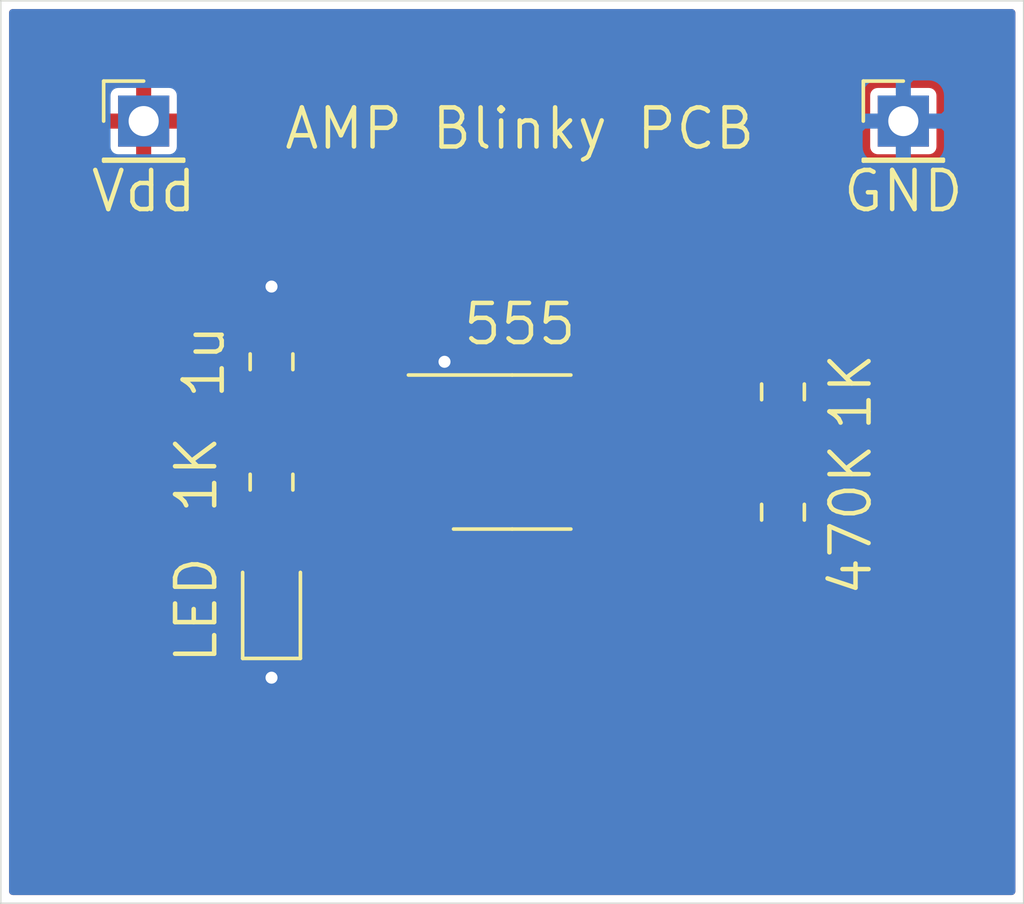
<source format=kicad_pcb>
(kicad_pcb (version 20171130) (host pcbnew "(5.1.4)-1")

  (general
    (thickness 1.6)
    (drawings 5)
    (tracks 37)
    (zones 0)
    (modules 8)
    (nets 7)
  )

  (page A4)
  (layers
    (0 F.Cu signal)
    (31 B.Cu signal)
    (32 B.Adhes user)
    (33 F.Adhes user)
    (34 B.Paste user)
    (35 F.Paste user)
    (36 B.SilkS user)
    (37 F.SilkS user)
    (38 B.Mask user)
    (39 F.Mask user)
    (40 Dwgs.User user)
    (41 Cmts.User user)
    (42 Eco1.User user)
    (43 Eco2.User user)
    (44 Edge.Cuts user)
    (45 Margin user)
    (46 B.CrtYd user)
    (47 F.CrtYd user)
    (48 B.Fab user)
    (49 F.Fab user)
  )

  (setup
    (last_trace_width 0.25)
    (trace_clearance 0.2)
    (zone_clearance 0.25)
    (zone_45_only no)
    (trace_min 0.2)
    (via_size 0.8)
    (via_drill 0.4)
    (via_min_size 0.4)
    (via_min_drill 0.3)
    (uvia_size 0.3)
    (uvia_drill 0.1)
    (uvias_allowed no)
    (uvia_min_size 0.3)
    (uvia_min_drill 0.1)
    (edge_width 0.05)
    (segment_width 0.2)
    (pcb_text_width 0.3)
    (pcb_text_size 1.5 1.5)
    (mod_edge_width 0.12)
    (mod_text_size 1.3 1.3)
    (mod_text_width 0.15)
    (pad_size 1.524 1.524)
    (pad_drill 0.762)
    (pad_to_mask_clearance 0.051)
    (solder_mask_min_width 0.25)
    (aux_axis_origin 0 0)
    (visible_elements 7FFFFFFF)
    (pcbplotparams
      (layerselection 0x010fc_ffffffff)
      (usegerberextensions false)
      (usegerberattributes false)
      (usegerberadvancedattributes false)
      (creategerberjobfile false)
      (excludeedgelayer true)
      (linewidth 0.100000)
      (plotframeref false)
      (viasonmask false)
      (mode 1)
      (useauxorigin false)
      (hpglpennumber 1)
      (hpglpenspeed 20)
      (hpglpendiameter 15.000000)
      (psnegative false)
      (psa4output false)
      (plotreference true)
      (plotvalue true)
      (plotinvisibletext false)
      (padsonsilk false)
      (subtractmaskfromsilk false)
      (outputformat 1)
      (mirror false)
      (drillshape 0)
      (scaleselection 1)
      (outputdirectory "Gerbers/"))
  )

  (net 0 "")
  (net 1 GND)
  (net 2 "Net-(D1-Pad2)")
  (net 3 "Net-(R3-Pad1)")
  (net 4 /VDD)
  (net 5 /THRESH)
  (net 6 /DIS)

  (net_class Default "This is the default net class."
    (clearance 0.2)
    (trace_width 0.25)
    (via_dia 0.8)
    (via_drill 0.4)
    (uvia_dia 0.3)
    (uvia_drill 0.1)
    (add_net /DIS)
    (add_net /THRESH)
    (add_net /VDD)
    (add_net GND)
    (add_net "Net-(D1-Pad2)")
    (add_net "Net-(R3-Pad1)")
  )

  (module Connector_PinHeader_2.54mm:PinHeader_1x01_P2.54mm_Vertical (layer F.Cu) (tedit 59FED5CC) (tstamp 5DD376AF)
    (at 134 -30)
    (descr "Through hole straight pin header, 1x01, 2.54mm pitch, single row")
    (tags "Through hole pin header THT 1x01 2.54mm single row")
    (path /5DD45957)
    (fp_text reference GND (at 0 -2.33) (layer F.SilkS) hide
      (effects (font (size 1.3 1.3) (thickness 0.15)))
    )
    (fp_text value GND (at 0 2.33) (layer F.SilkS)
      (effects (font (size 1.3 1.3) (thickness 0.15)))
    )
    (fp_text user %R (at 0 0 90) (layer F.Fab) hide
      (effects (font (size 1 1) (thickness 0.15)))
    )
    (fp_line (start 1.8 -1.8) (end -1.8 -1.8) (layer F.CrtYd) (width 0.05))
    (fp_line (start 1.8 1.8) (end 1.8 -1.8) (layer F.CrtYd) (width 0.05))
    (fp_line (start -1.8 1.8) (end 1.8 1.8) (layer F.CrtYd) (width 0.05))
    (fp_line (start -1.8 -1.8) (end -1.8 1.8) (layer F.CrtYd) (width 0.05))
    (fp_line (start -1.33 -1.33) (end 0 -1.33) (layer F.SilkS) (width 0.12))
    (fp_line (start -1.33 0) (end -1.33 -1.33) (layer F.SilkS) (width 0.12))
    (fp_line (start -1.33 1.27) (end 1.33 1.27) (layer F.SilkS) (width 0.12))
    (fp_line (start 1.33 1.27) (end 1.33 1.33) (layer F.SilkS) (width 0.12))
    (fp_line (start -1.33 1.27) (end -1.33 1.33) (layer F.SilkS) (width 0.12))
    (fp_line (start -1.33 1.33) (end 1.33 1.33) (layer F.SilkS) (width 0.12))
    (fp_line (start -1.27 -0.635) (end -0.635 -1.27) (layer F.Fab) (width 0.1))
    (fp_line (start -1.27 1.27) (end -1.27 -0.635) (layer F.Fab) (width 0.1))
    (fp_line (start 1.27 1.27) (end -1.27 1.27) (layer F.Fab) (width 0.1))
    (fp_line (start 1.27 -1.27) (end 1.27 1.27) (layer F.Fab) (width 0.1))
    (fp_line (start -0.635 -1.27) (end 1.27 -1.27) (layer F.Fab) (width 0.1))
    (pad 1 thru_hole rect (at 0 0) (size 1.7 1.7) (drill 1) (layers *.Cu *.Mask)
      (net 1 GND))
    (model ${KISYS3DMOD}/Connector_PinHeader_2.54mm.3dshapes/PinHeader_1x01_P2.54mm_Vertical.wrl
      (at (xyz 0 0 0))
      (scale (xyz 1 1 1))
      (rotate (xyz 0 0 0))
    )
  )

  (module Connector_PinHeader_2.54mm:PinHeader_1x01_P2.54mm_Vertical (layer F.Cu) (tedit 59FED5CC) (tstamp 5DD3769A)
    (at 108.75 -30)
    (descr "Through hole straight pin header, 1x01, 2.54mm pitch, single row")
    (tags "Through hole pin header THT 1x01 2.54mm single row")
    (path /5DD42BCD)
    (fp_text reference VDD (at 0 -2.33) (layer F.SilkS) hide
      (effects (font (size 1.3 1.3) (thickness 0.15)))
    )
    (fp_text value Vdd (at 0 2.33) (layer F.SilkS)
      (effects (font (size 1.3 1.3) (thickness 0.15)))
    )
    (fp_text user %R (at 0 0 90) (layer F.Fab) hide
      (effects (font (size 1 1) (thickness 0.15)))
    )
    (fp_line (start 1.8 -1.8) (end -1.8 -1.8) (layer F.CrtYd) (width 0.05))
    (fp_line (start 1.8 1.8) (end 1.8 -1.8) (layer F.CrtYd) (width 0.05))
    (fp_line (start -1.8 1.8) (end 1.8 1.8) (layer F.CrtYd) (width 0.05))
    (fp_line (start -1.8 -1.8) (end -1.8 1.8) (layer F.CrtYd) (width 0.05))
    (fp_line (start -1.33 -1.33) (end 0 -1.33) (layer F.SilkS) (width 0.12))
    (fp_line (start -1.33 0) (end -1.33 -1.33) (layer F.SilkS) (width 0.12))
    (fp_line (start -1.33 1.27) (end 1.33 1.27) (layer F.SilkS) (width 0.12))
    (fp_line (start 1.33 1.27) (end 1.33 1.33) (layer F.SilkS) (width 0.12))
    (fp_line (start -1.33 1.27) (end -1.33 1.33) (layer F.SilkS) (width 0.12))
    (fp_line (start -1.33 1.33) (end 1.33 1.33) (layer F.SilkS) (width 0.12))
    (fp_line (start -1.27 -0.635) (end -0.635 -1.27) (layer F.Fab) (width 0.1))
    (fp_line (start -1.27 1.27) (end -1.27 -0.635) (layer F.Fab) (width 0.1))
    (fp_line (start 1.27 1.27) (end -1.27 1.27) (layer F.Fab) (width 0.1))
    (fp_line (start 1.27 -1.27) (end 1.27 1.27) (layer F.Fab) (width 0.1))
    (fp_line (start -0.635 -1.27) (end 1.27 -1.27) (layer F.Fab) (width 0.1))
    (pad 1 thru_hole rect (at 0 0) (size 1.7 1.7) (drill 1) (layers *.Cu *.Mask)
      (net 4 /VDD))
    (model ${KISYS3DMOD}/Connector_PinHeader_2.54mm.3dshapes/PinHeader_1x01_P2.54mm_Vertical.wrl
      (at (xyz 0 0 0))
      (scale (xyz 1 1 1))
      (rotate (xyz 0 0 0))
    )
  )

  (module Resistor_SMD:R_0805_2012Metric_Pad1.15x1.40mm_HandSolder (layer F.Cu) (tedit 5B36C52B) (tstamp 5DD3808D)
    (at 113 -18 270)
    (descr "Resistor SMD 0805 (2012 Metric), square (rectangular) end terminal, IPC_7351 nominal with elongated pad for handsoldering. (Body size source: https://docs.google.com/spreadsheets/d/1BsfQQcO9C6DZCsRaXUlFlo91Tg2WpOkGARC1WS5S8t0/edit?usp=sharing), generated with kicad-footprint-generator")
    (tags "resistor handsolder")
    (path /5DCDC2D0)
    (attr smd)
    (fp_text reference R3 (at -0.25 4 90) (layer F.SilkS) hide
      (effects (font (size 1.3 1.3) (thickness 0.15)))
    )
    (fp_text value 1K (at -0.25 2.5 90) (layer F.SilkS)
      (effects (font (size 1.3 1.3) (thickness 0.15)))
    )
    (fp_text user %R (at 0 0 90) (layer F.Fab) hide
      (effects (font (size 1 1) (thickness 0.15)))
    )
    (fp_line (start 1.85 0.95) (end -1.85 0.95) (layer F.CrtYd) (width 0.05))
    (fp_line (start 1.85 -0.95) (end 1.85 0.95) (layer F.CrtYd) (width 0.05))
    (fp_line (start -1.85 -0.95) (end 1.85 -0.95) (layer F.CrtYd) (width 0.05))
    (fp_line (start -1.85 0.95) (end -1.85 -0.95) (layer F.CrtYd) (width 0.05))
    (fp_line (start -0.261252 0.71) (end 0.261252 0.71) (layer F.SilkS) (width 0.12))
    (fp_line (start -0.261252 -0.71) (end 0.261252 -0.71) (layer F.SilkS) (width 0.12))
    (fp_line (start 1 0.6) (end -1 0.6) (layer F.Fab) (width 0.1))
    (fp_line (start 1 -0.6) (end 1 0.6) (layer F.Fab) (width 0.1))
    (fp_line (start -1 -0.6) (end 1 -0.6) (layer F.Fab) (width 0.1))
    (fp_line (start -1 0.6) (end -1 -0.6) (layer F.Fab) (width 0.1))
    (pad 2 smd roundrect (at 1.025 0 270) (size 1.15 1.4) (layers F.Cu F.Paste F.Mask) (roundrect_rratio 0.217391)
      (net 2 "Net-(D1-Pad2)"))
    (pad 1 smd roundrect (at -1.025 0 270) (size 1.15 1.4) (layers F.Cu F.Paste F.Mask) (roundrect_rratio 0.217391)
      (net 3 "Net-(R3-Pad1)"))
    (model ${KISYS3DMOD}/Resistor_SMD.3dshapes/R_0805_2012Metric.wrl
      (at (xyz 0 0 0))
      (scale (xyz 1 1 1))
      (rotate (xyz 0 0 0))
    )
  )

  (module Resistor_SMD:R_0805_2012Metric_Pad1.15x1.40mm_HandSolder (layer F.Cu) (tedit 5B36C52B) (tstamp 5DD38166)
    (at 130 -17 270)
    (descr "Resistor SMD 0805 (2012 Metric), square (rectangular) end terminal, IPC_7351 nominal with elongated pad for handsoldering. (Body size source: https://docs.google.com/spreadsheets/d/1BsfQQcO9C6DZCsRaXUlFlo91Tg2WpOkGARC1WS5S8t0/edit?usp=sharing), generated with kicad-footprint-generator")
    (tags "resistor handsolder")
    (path /5DCDBD6D)
    (attr smd)
    (fp_text reference R2 (at 0 -4.25 90) (layer F.SilkS) hide
      (effects (font (size 1.3 1.3) (thickness 0.15)))
    )
    (fp_text value 470K (at 0.25 -2.25 90) (layer F.SilkS)
      (effects (font (size 1.3 1.3) (thickness 0.15)))
    )
    (fp_text user %R (at 0 0 90) (layer F.Fab) hide
      (effects (font (size 1 1) (thickness 0.15)))
    )
    (fp_line (start 1.85 0.95) (end -1.85 0.95) (layer F.CrtYd) (width 0.05))
    (fp_line (start 1.85 -0.95) (end 1.85 0.95) (layer F.CrtYd) (width 0.05))
    (fp_line (start -1.85 -0.95) (end 1.85 -0.95) (layer F.CrtYd) (width 0.05))
    (fp_line (start -1.85 0.95) (end -1.85 -0.95) (layer F.CrtYd) (width 0.05))
    (fp_line (start -0.261252 0.71) (end 0.261252 0.71) (layer F.SilkS) (width 0.12))
    (fp_line (start -0.261252 -0.71) (end 0.261252 -0.71) (layer F.SilkS) (width 0.12))
    (fp_line (start 1 0.6) (end -1 0.6) (layer F.Fab) (width 0.1))
    (fp_line (start 1 -0.6) (end 1 0.6) (layer F.Fab) (width 0.1))
    (fp_line (start -1 -0.6) (end 1 -0.6) (layer F.Fab) (width 0.1))
    (fp_line (start -1 0.6) (end -1 -0.6) (layer F.Fab) (width 0.1))
    (pad 2 smd roundrect (at 1.025 0 270) (size 1.15 1.4) (layers F.Cu F.Paste F.Mask) (roundrect_rratio 0.217391)
      (net 5 /THRESH))
    (pad 1 smd roundrect (at -1.025 0 270) (size 1.15 1.4) (layers F.Cu F.Paste F.Mask) (roundrect_rratio 0.217391)
      (net 6 /DIS))
    (model ${KISYS3DMOD}/Resistor_SMD.3dshapes/R_0805_2012Metric.wrl
      (at (xyz 0 0 0))
      (scale (xyz 1 1 1))
      (rotate (xyz 0 0 0))
    )
  )

  (module Package_SO:SOIC-8_3.9x4.9mm_P1.27mm (layer F.Cu) (tedit 5C97300E) (tstamp 5DD39EC2)
    (at 121 -19)
    (descr "SOIC, 8 Pin (JEDEC MS-012AA, https://www.analog.com/media/en/package-pcb-resources/package/pkg_pdf/soic_narrow-r/r_8.pdf), generated with kicad-footprint-generator ipc_gullwing_generator.py")
    (tags "SOIC SO")
    (path /5DCD9E6D)
    (attr smd)
    (fp_text reference 555 (at 0.25 -4.25) (layer F.SilkS)
      (effects (font (size 1.3 1.3) (thickness 0.15)))
    )
    (fp_text value 7555 (at 0 3.4) (layer F.SilkS) hide
      (effects (font (size 1.3 1.3) (thickness 0.15)))
    )
    (fp_line (start 0 2.56) (end 1.95 2.56) (layer F.SilkS) (width 0.12))
    (fp_line (start 0 2.56) (end -1.95 2.56) (layer F.SilkS) (width 0.12))
    (fp_line (start 0 -2.56) (end 1.95 -2.56) (layer F.SilkS) (width 0.12))
    (fp_line (start 0 -2.56) (end -3.45 -2.56) (layer F.SilkS) (width 0.12))
    (fp_line (start -0.975 -2.45) (end 1.95 -2.45) (layer F.Fab) (width 0.1))
    (fp_line (start 1.95 -2.45) (end 1.95 2.45) (layer F.Fab) (width 0.1))
    (fp_line (start 1.95 2.45) (end -1.95 2.45) (layer F.Fab) (width 0.1))
    (fp_line (start -1.95 2.45) (end -1.95 -1.475) (layer F.Fab) (width 0.1))
    (fp_line (start -1.95 -1.475) (end -0.975 -2.45) (layer F.Fab) (width 0.1))
    (fp_line (start -3.7 -2.7) (end -3.7 2.7) (layer F.CrtYd) (width 0.05))
    (fp_line (start -3.7 2.7) (end 3.7 2.7) (layer F.CrtYd) (width 0.05))
    (fp_line (start 3.7 2.7) (end 3.7 -2.7) (layer F.CrtYd) (width 0.05))
    (fp_line (start 3.7 -2.7) (end -3.7 -2.7) (layer F.CrtYd) (width 0.05))
    (fp_text user %R (at 0 0) (layer F.Fab) hide
      (effects (font (size 1 1) (thickness 0.15)))
    )
    (pad 1 smd roundrect (at -2.475 -1.905) (size 1.95 0.6) (layers F.Cu F.Paste F.Mask) (roundrect_rratio 0.25)
      (net 1 GND))
    (pad 2 smd roundrect (at -2.475 -0.635) (size 1.95 0.6) (layers F.Cu F.Paste F.Mask) (roundrect_rratio 0.25)
      (net 5 /THRESH))
    (pad 3 smd roundrect (at -2.475 0.635) (size 1.95 0.6) (layers F.Cu F.Paste F.Mask) (roundrect_rratio 0.25)
      (net 3 "Net-(R3-Pad1)"))
    (pad 4 smd roundrect (at -2.475 1.905) (size 1.95 0.6) (layers F.Cu F.Paste F.Mask) (roundrect_rratio 0.25)
      (net 4 /VDD))
    (pad 5 smd roundrect (at 2.475 1.905) (size 1.95 0.6) (layers F.Cu F.Paste F.Mask) (roundrect_rratio 0.25))
    (pad 6 smd roundrect (at 2.475 0.635) (size 1.95 0.6) (layers F.Cu F.Paste F.Mask) (roundrect_rratio 0.25)
      (net 5 /THRESH))
    (pad 7 smd roundrect (at 2.475 -0.635) (size 1.95 0.6) (layers F.Cu F.Paste F.Mask) (roundrect_rratio 0.25)
      (net 6 /DIS))
    (pad 8 smd roundrect (at 2.475 -1.905) (size 1.95 0.6) (layers F.Cu F.Paste F.Mask) (roundrect_rratio 0.25)
      (net 4 /VDD))
    (model ${KISYS3DMOD}/Package_SO.3dshapes/SOIC-8_3.9x4.9mm_P1.27mm.wrl
      (at (xyz 0 0 0))
      (scale (xyz 1 1 1))
      (rotate (xyz 0 0 0))
    )
  )

  (module Resistor_SMD:R_0805_2012Metric_Pad1.15x1.40mm_HandSolder (layer F.Cu) (tedit 5B36C52B) (tstamp 5DD382F6)
    (at 130 -21 270)
    (descr "Resistor SMD 0805 (2012 Metric), square (rectangular) end terminal, IPC_7351 nominal with elongated pad for handsoldering. (Body size source: https://docs.google.com/spreadsheets/d/1BsfQQcO9C6DZCsRaXUlFlo91Tg2WpOkGARC1WS5S8t0/edit?usp=sharing), generated with kicad-footprint-generator")
    (tags "resistor handsolder")
    (path /5DCDB028)
    (attr smd)
    (fp_text reference R1 (at -0.25 -4.5 90) (layer F.SilkS) hide
      (effects (font (size 1.3 1.3) (thickness 0.15)))
    )
    (fp_text value 1K (at 0 -2.25 90) (layer F.SilkS)
      (effects (font (size 1.3 1.3) (thickness 0.15)))
    )
    (fp_text user %R (at 0 0 90) (layer F.Fab) hide
      (effects (font (size 1 1) (thickness 0.15)))
    )
    (fp_line (start 1.85 0.95) (end -1.85 0.95) (layer F.CrtYd) (width 0.05))
    (fp_line (start 1.85 -0.95) (end 1.85 0.95) (layer F.CrtYd) (width 0.05))
    (fp_line (start -1.85 -0.95) (end 1.85 -0.95) (layer F.CrtYd) (width 0.05))
    (fp_line (start -1.85 0.95) (end -1.85 -0.95) (layer F.CrtYd) (width 0.05))
    (fp_line (start -0.261252 0.71) (end 0.261252 0.71) (layer F.SilkS) (width 0.12))
    (fp_line (start -0.261252 -0.71) (end 0.261252 -0.71) (layer F.SilkS) (width 0.12))
    (fp_line (start 1 0.6) (end -1 0.6) (layer F.Fab) (width 0.1))
    (fp_line (start 1 -0.6) (end 1 0.6) (layer F.Fab) (width 0.1))
    (fp_line (start -1 -0.6) (end 1 -0.6) (layer F.Fab) (width 0.1))
    (fp_line (start -1 0.6) (end -1 -0.6) (layer F.Fab) (width 0.1))
    (pad 2 smd roundrect (at 1.025 0 270) (size 1.15 1.4) (layers F.Cu F.Paste F.Mask) (roundrect_rratio 0.217391)
      (net 6 /DIS))
    (pad 1 smd roundrect (at -1.025 0 270) (size 1.15 1.4) (layers F.Cu F.Paste F.Mask) (roundrect_rratio 0.217391)
      (net 4 /VDD))
    (model ${KISYS3DMOD}/Resistor_SMD.3dshapes/R_0805_2012Metric.wrl
      (at (xyz 0 0 0))
      (scale (xyz 1 1 1))
      (rotate (xyz 0 0 0))
    )
  )

  (module LED_SMD:LED_0805_2012Metric_Pad1.15x1.40mm_HandSolder (layer F.Cu) (tedit 5B4B45C9) (tstamp 5DCDC4D5)
    (at 113 -14 90)
    (descr "LED SMD 0805 (2012 Metric), square (rectangular) end terminal, IPC_7351 nominal, (Body size source: https://docs.google.com/spreadsheets/d/1BsfQQcO9C6DZCsRaXUlFlo91Tg2WpOkGARC1WS5S8t0/edit?usp=sharing), generated with kicad-footprint-generator")
    (tags "LED handsolder")
    (path /5DCDDA97)
    (attr smd)
    (fp_text reference D1 (at 0.25 -5 90) (layer F.SilkS) hide
      (effects (font (size 1.3 1.3) (thickness 0.15)))
    )
    (fp_text value LED (at -0.25 -2.5 90) (layer F.SilkS)
      (effects (font (size 1.3 1.3) (thickness 0.15)))
    )
    (fp_text user %R (at 0 0 90) (layer F.Fab) hide
      (effects (font (size 1 1) (thickness 0.15)))
    )
    (fp_line (start 1.85 0.95) (end -1.85 0.95) (layer F.CrtYd) (width 0.05))
    (fp_line (start 1.85 -0.95) (end 1.85 0.95) (layer F.CrtYd) (width 0.05))
    (fp_line (start -1.85 -0.95) (end 1.85 -0.95) (layer F.CrtYd) (width 0.05))
    (fp_line (start -1.85 0.95) (end -1.85 -0.95) (layer F.CrtYd) (width 0.05))
    (fp_line (start -1.86 0.96) (end 1 0.96) (layer F.SilkS) (width 0.12))
    (fp_line (start -1.86 -0.96) (end -1.86 0.96) (layer F.SilkS) (width 0.12))
    (fp_line (start 1 -0.96) (end -1.86 -0.96) (layer F.SilkS) (width 0.12))
    (fp_line (start 1 0.6) (end 1 -0.6) (layer F.Fab) (width 0.1))
    (fp_line (start -1 0.6) (end 1 0.6) (layer F.Fab) (width 0.1))
    (fp_line (start -1 -0.3) (end -1 0.6) (layer F.Fab) (width 0.1))
    (fp_line (start -0.7 -0.6) (end -1 -0.3) (layer F.Fab) (width 0.1))
    (fp_line (start 1 -0.6) (end -0.7 -0.6) (layer F.Fab) (width 0.1))
    (pad 2 smd roundrect (at 1.025 0 90) (size 1.15 1.4) (layers F.Cu F.Paste F.Mask) (roundrect_rratio 0.217391)
      (net 2 "Net-(D1-Pad2)"))
    (pad 1 smd roundrect (at -1.025 0 90) (size 1.15 1.4) (layers F.Cu F.Paste F.Mask) (roundrect_rratio 0.217391)
      (net 1 GND))
    (model ${KISYS3DMOD}/LED_SMD.3dshapes/LED_0805_2012Metric.wrl
      (at (xyz 0 0 0))
      (scale (xyz 1 1 1))
      (rotate (xyz 0 0 0))
    )
  )

  (module Capacitor_SMD:C_0805_2012Metric_Pad1.15x1.40mm_HandSolder (layer F.Cu) (tedit 5B36C52B) (tstamp 5DCDC703)
    (at 113 -22 90)
    (descr "Capacitor SMD 0805 (2012 Metric), square (rectangular) end terminal, IPC_7351 nominal with elongated pad for handsoldering. (Body size source: https://docs.google.com/spreadsheets/d/1BsfQQcO9C6DZCsRaXUlFlo91Tg2WpOkGARC1WS5S8t0/edit?usp=sharing), generated with kicad-footprint-generator")
    (tags "capacitor handsolder")
    (path /5DCDCC37)
    (attr smd)
    (fp_text reference C1 (at 0.25 -2.25 90) (layer F.SilkS) hide
      (effects (font (size 1.3 1.3) (thickness 0.15)))
    )
    (fp_text value 1u (at 0 -2.25 90) (layer F.SilkS)
      (effects (font (size 1.3 1.3) (thickness 0.15)))
    )
    (fp_text user %R (at 0 0 90) (layer F.Fab) hide
      (effects (font (size 1 1) (thickness 0.15)))
    )
    (fp_line (start 1.85 0.95) (end -1.85 0.95) (layer F.CrtYd) (width 0.05))
    (fp_line (start 1.85 -0.95) (end 1.85 0.95) (layer F.CrtYd) (width 0.05))
    (fp_line (start -1.85 -0.95) (end 1.85 -0.95) (layer F.CrtYd) (width 0.05))
    (fp_line (start -1.85 0.95) (end -1.85 -0.95) (layer F.CrtYd) (width 0.05))
    (fp_line (start -0.261252 0.71) (end 0.261252 0.71) (layer F.SilkS) (width 0.12))
    (fp_line (start -0.261252 -0.71) (end 0.261252 -0.71) (layer F.SilkS) (width 0.12))
    (fp_line (start 1 0.6) (end -1 0.6) (layer F.Fab) (width 0.1))
    (fp_line (start 1 -0.6) (end 1 0.6) (layer F.Fab) (width 0.1))
    (fp_line (start -1 -0.6) (end 1 -0.6) (layer F.Fab) (width 0.1))
    (fp_line (start -1 0.6) (end -1 -0.6) (layer F.Fab) (width 0.1))
    (pad 2 smd roundrect (at 1.025 0 90) (size 1.15 1.4) (layers F.Cu F.Paste F.Mask) (roundrect_rratio 0.217391)
      (net 1 GND))
    (pad 1 smd roundrect (at -1.025 0 90) (size 1.15 1.4) (layers F.Cu F.Paste F.Mask) (roundrect_rratio 0.217391)
      (net 5 /THRESH))
    (model ${KISYS3DMOD}/Capacitor_SMD.3dshapes/C_0805_2012Metric.wrl
      (at (xyz 0 0 0))
      (scale (xyz 1 1 1))
      (rotate (xyz 0 0 0))
    )
  )

  (gr_text "AMP Blinky PCB" (at 121.25 -29.75) (layer F.SilkS)
    (effects (font (size 1.3 1.3) (thickness 0.15)))
  )
  (gr_line (start 138 -34) (end 104 -34) (layer Edge.Cuts) (width 0.05) (tstamp 5DCDC64E))
  (gr_line (start 138 -4) (end 138 -34) (layer Edge.Cuts) (width 0.05))
  (gr_line (start 104 -4) (end 138 -4) (layer Edge.Cuts) (width 0.05))
  (gr_line (start 104 -34) (end 104 -4) (layer Edge.Cuts) (width 0.05))

  (via (at 113 -11.5) (size 0.8) (drill 0.4) (layers F.Cu B.Cu) (net 1))
  (via (at 113 -24.5) (size 0.8) (drill 0.4) (layers F.Cu B.Cu) (net 1))
  (via (at 118.75 -22) (size 0.8) (drill 0.4) (layers F.Cu B.Cu) (net 1))
  (segment (start 113 -24.5) (end 113 -23.025) (width 0.25) (layer F.Cu) (net 1))
  (segment (start 113 -11.5) (end 113 -12.975) (width 0.25) (layer F.Cu) (net 1))
  (segment (start 118.75 -21.13) (end 118.525 -20.905) (width 0.25) (layer F.Cu) (net 1))
  (segment (start 118.75 -22) (end 118.75 -21.13) (width 0.25) (layer F.Cu) (net 1))
  (segment (start 113 -16.975) (end 113 -15.025) (width 0.25) (layer F.Cu) (net 2))
  (segment (start 115.835 -18.365) (end 118.525 -18.365) (width 0.25) (layer F.Cu) (net 3))
  (segment (start 115.2 -19) (end 115.835 -18.365) (width 0.25) (layer F.Cu) (net 3))
  (segment (start 113 -19.025) (end 113.025 -19) (width 0.25) (layer F.Cu) (net 3))
  (segment (start 113.025 -19) (end 115.2 -19) (width 0.25) (layer F.Cu) (net 3))
  (segment (start 129.975 -22) (end 130 -22.025) (width 0.25) (layer F.Cu) (net 4))
  (segment (start 127.9 -22) (end 129.975 -22) (width 0.25) (layer F.Cu) (net 4))
  (segment (start 126.8 -20.9) (end 127.9 -22) (width 0.25) (layer F.Cu) (net 4))
  (segment (start 123.475 -20.905) (end 123.48 -20.9) (width 0.25) (layer F.Cu) (net 4))
  (segment (start 123.48 -20.9) (end 126.8 -20.9) (width 0.25) (layer F.Cu) (net 4))
  (segment (start 117.45 -19.635) (end 118.525 -19.635) (width 0.25) (layer F.Cu) (net 5))
  (segment (start 116.365 -19.635) (end 117.45 -19.635) (width 0.25) (layer F.Cu) (net 5))
  (segment (start 113 -20.975) (end 115.025 -20.975) (width 0.25) (layer F.Cu) (net 5))
  (segment (start 115.025 -20.975) (end 116.365 -19.635) (width 0.25) (layer F.Cu) (net 5))
  (segment (start 124.55 -18.365) (end 123.475 -18.365) (width 0.25) (layer F.Cu) (net 5))
  (segment (start 126.81 -18.365) (end 124.55 -18.365) (width 0.25) (layer F.Cu) (net 5))
  (segment (start 129.2 -15.975) (end 126.81 -18.365) (width 0.25) (layer F.Cu) (net 5))
  (segment (start 130 -15.975) (end 129.2 -15.975) (width 0.25) (layer F.Cu) (net 5))
  (segment (start 118.66 -19.5) (end 118.525 -19.635) (width 0.25) (layer F.Cu) (net 5))
  (segment (start 120.5 -19.5) (end 118.66 -19.5) (width 0.25) (layer F.Cu) (net 5))
  (segment (start 121 -19) (end 120.5 -19.5) (width 0.25) (layer F.Cu) (net 5))
  (segment (start 121 -18.98) (end 121 -19) (width 0.25) (layer F.Cu) (net 5))
  (segment (start 123.475 -18.365) (end 121.615 -18.365) (width 0.25) (layer F.Cu) (net 5))
  (segment (start 121.615 -18.365) (end 121 -18.98) (width 0.25) (layer F.Cu) (net 5))
  (segment (start 123.51 -19.6) (end 123.475 -19.635) (width 0.25) (layer F.Cu) (net 6))
  (segment (start 127.5 -19.6) (end 123.51 -19.6) (width 0.25) (layer F.Cu) (net 6))
  (segment (start 127.9 -20) (end 127.5 -19.6) (width 0.25) (layer F.Cu) (net 6))
  (segment (start 130 -19.975) (end 129.975 -20) (width 0.25) (layer F.Cu) (net 6))
  (segment (start 129.975 -20) (end 127.9 -20) (width 0.25) (layer F.Cu) (net 6))
  (segment (start 130 -19.975) (end 130 -18.025) (width 0.25) (layer F.Cu) (net 6))

  (zone (net 1) (net_name GND) (layer B.Cu) (tstamp 5DD39FA0) (hatch edge 0.508)
    (connect_pads (clearance 0.25))
    (min_thickness 0.25)
    (fill yes (arc_segments 32) (thermal_gap 0.5) (thermal_bridge_width 0.5))
    (polygon
      (pts
        (xy 104 -34) (xy 138 -34) (xy 138 -4) (xy 104 -4)
      )
    )
    (filled_polygon
      (pts
        (xy 137.6 -4.4) (xy 104.4 -4.4) (xy 104.4 -30.85) (xy 107.523186 -30.85) (xy 107.523186 -29.15)
        (xy 107.530426 -29.076487) (xy 107.551869 -29.0058) (xy 107.586691 -28.940653) (xy 107.633552 -28.883552) (xy 107.690653 -28.836691)
        (xy 107.7558 -28.801869) (xy 107.826487 -28.780426) (xy 107.9 -28.773186) (xy 109.6 -28.773186) (xy 109.673513 -28.780426)
        (xy 109.7442 -28.801869) (xy 109.809347 -28.836691) (xy 109.866448 -28.883552) (xy 109.913309 -28.940653) (xy 109.948131 -29.0058)
        (xy 109.969574 -29.076487) (xy 109.976814 -29.15) (xy 132.521976 -29.15) (xy 132.534043 -29.027479) (xy 132.569781 -28.909666)
        (xy 132.627817 -28.801089) (xy 132.70592 -28.70592) (xy 132.801089 -28.627817) (xy 132.909666 -28.569781) (xy 133.027479 -28.534043)
        (xy 133.15 -28.521976) (xy 133.71875 -28.525) (xy 133.875 -28.68125) (xy 133.875 -29.875) (xy 134.125 -29.875)
        (xy 134.125 -28.68125) (xy 134.28125 -28.525) (xy 134.85 -28.521976) (xy 134.972521 -28.534043) (xy 135.090334 -28.569781)
        (xy 135.198911 -28.627817) (xy 135.29408 -28.70592) (xy 135.372183 -28.801089) (xy 135.430219 -28.909666) (xy 135.465957 -29.027479)
        (xy 135.478024 -29.15) (xy 135.475 -29.71875) (xy 135.31875 -29.875) (xy 134.125 -29.875) (xy 133.875 -29.875)
        (xy 132.68125 -29.875) (xy 132.525 -29.71875) (xy 132.521976 -29.15) (xy 109.976814 -29.15) (xy 109.976814 -30.85)
        (xy 132.521976 -30.85) (xy 132.525 -30.28125) (xy 132.68125 -30.125) (xy 133.875 -30.125) (xy 133.875 -31.31875)
        (xy 134.125 -31.31875) (xy 134.125 -30.125) (xy 135.31875 -30.125) (xy 135.475 -30.28125) (xy 135.478024 -30.85)
        (xy 135.465957 -30.972521) (xy 135.430219 -31.090334) (xy 135.372183 -31.198911) (xy 135.29408 -31.29408) (xy 135.198911 -31.372183)
        (xy 135.090334 -31.430219) (xy 134.972521 -31.465957) (xy 134.85 -31.478024) (xy 134.28125 -31.475) (xy 134.125 -31.31875)
        (xy 133.875 -31.31875) (xy 133.71875 -31.475) (xy 133.15 -31.478024) (xy 133.027479 -31.465957) (xy 132.909666 -31.430219)
        (xy 132.801089 -31.372183) (xy 132.70592 -31.29408) (xy 132.627817 -31.198911) (xy 132.569781 -31.090334) (xy 132.534043 -30.972521)
        (xy 132.521976 -30.85) (xy 109.976814 -30.85) (xy 109.969574 -30.923513) (xy 109.948131 -30.9942) (xy 109.913309 -31.059347)
        (xy 109.866448 -31.116448) (xy 109.809347 -31.163309) (xy 109.7442 -31.198131) (xy 109.673513 -31.219574) (xy 109.6 -31.226814)
        (xy 107.9 -31.226814) (xy 107.826487 -31.219574) (xy 107.7558 -31.198131) (xy 107.690653 -31.163309) (xy 107.633552 -31.116448)
        (xy 107.586691 -31.059347) (xy 107.551869 -30.9942) (xy 107.530426 -30.923513) (xy 107.523186 -30.85) (xy 104.4 -30.85)
        (xy 104.4 -33.6) (xy 137.600001 -33.6)
      )
    )
  )
  (zone (net 4) (net_name /VDD) (layer F.Cu) (tstamp 5DD39F9D) (hatch edge 0.508)
    (connect_pads (clearance 0.25))
    (min_thickness 0.25)
    (fill yes (arc_segments 32) (thermal_gap 0.5) (thermal_bridge_width 0.5))
    (polygon
      (pts
        (xy 104 -34) (xy 138 -34) (xy 138 -4) (xy 104 -4)
      )
    )
    (filled_polygon
      (pts
        (xy 137.6 -4.4) (xy 104.4 -4.4) (xy 104.4 -13.300001) (xy 111.923186 -13.300001) (xy 111.923186 -12.649999)
        (xy 111.93523 -12.527714) (xy 111.970899 -12.410128) (xy 112.028823 -12.30176) (xy 112.106775 -12.206775) (xy 112.20176 -12.128823)
        (xy 112.310128 -12.070899) (xy 112.427714 -12.03523) (xy 112.438183 -12.034199) (xy 112.398018 -11.994034) (xy 112.313204 -11.8671)
        (xy 112.254783 -11.726059) (xy 112.225 -11.576331) (xy 112.225 -11.423669) (xy 112.254783 -11.273941) (xy 112.313204 -11.1329)
        (xy 112.398018 -11.005966) (xy 112.505966 -10.898018) (xy 112.6329 -10.813204) (xy 112.773941 -10.754783) (xy 112.923669 -10.725)
        (xy 113.076331 -10.725) (xy 113.226059 -10.754783) (xy 113.3671 -10.813204) (xy 113.494034 -10.898018) (xy 113.601982 -11.005966)
        (xy 113.686796 -11.1329) (xy 113.745217 -11.273941) (xy 113.775 -11.423669) (xy 113.775 -11.576331) (xy 113.745217 -11.726059)
        (xy 113.686796 -11.8671) (xy 113.601982 -11.994034) (xy 113.561817 -12.034199) (xy 113.572286 -12.03523) (xy 113.689872 -12.070899)
        (xy 113.79824 -12.128823) (xy 113.893225 -12.206775) (xy 113.971177 -12.30176) (xy 114.029101 -12.410128) (xy 114.06477 -12.527714)
        (xy 114.076814 -12.649999) (xy 114.076814 -13.300001) (xy 114.06477 -13.422286) (xy 114.029101 -13.539872) (xy 113.971177 -13.64824)
        (xy 113.893225 -13.743225) (xy 113.79824 -13.821177) (xy 113.689872 -13.879101) (xy 113.572286 -13.91477) (xy 113.450001 -13.926814)
        (xy 112.549999 -13.926814) (xy 112.427714 -13.91477) (xy 112.310128 -13.879101) (xy 112.20176 -13.821177) (xy 112.106775 -13.743225)
        (xy 112.028823 -13.64824) (xy 111.970899 -13.539872) (xy 111.93523 -13.422286) (xy 111.923186 -13.300001) (xy 104.4 -13.300001)
        (xy 104.4 -17.300001) (xy 111.923186 -17.300001) (xy 111.923186 -16.649999) (xy 111.93523 -16.527714) (xy 111.970899 -16.410128)
        (xy 112.028823 -16.30176) (xy 112.106775 -16.206775) (xy 112.20176 -16.128823) (xy 112.310128 -16.070899) (xy 112.427714 -16.03523)
        (xy 112.5 -16.02811) (xy 112.500001 -15.97189) (xy 112.427714 -15.96477) (xy 112.310128 -15.929101) (xy 112.20176 -15.871177)
        (xy 112.106775 -15.793225) (xy 112.028823 -15.69824) (xy 111.970899 -15.589872) (xy 111.93523 -15.472286) (xy 111.923186 -15.350001)
        (xy 111.923186 -14.699999) (xy 111.93523 -14.577714) (xy 111.970899 -14.460128) (xy 112.028823 -14.35176) (xy 112.106775 -14.256775)
        (xy 112.20176 -14.178823) (xy 112.310128 -14.120899) (xy 112.427714 -14.08523) (xy 112.549999 -14.073186) (xy 113.450001 -14.073186)
        (xy 113.572286 -14.08523) (xy 113.689872 -14.120899) (xy 113.79824 -14.178823) (xy 113.893225 -14.256775) (xy 113.971177 -14.35176)
        (xy 114.029101 -14.460128) (xy 114.06477 -14.577714) (xy 114.076814 -14.699999) (xy 114.076814 -15.350001) (xy 114.06477 -15.472286)
        (xy 114.029101 -15.589872) (xy 113.971177 -15.69824) (xy 113.893225 -15.793225) (xy 113.79824 -15.871177) (xy 113.689872 -15.929101)
        (xy 113.572286 -15.96477) (xy 113.5 -15.97189) (xy 113.5 -16.02811) (xy 113.572286 -16.03523) (xy 113.689872 -16.070899)
        (xy 113.79824 -16.128823) (xy 113.893225 -16.206775) (xy 113.971177 -16.30176) (xy 114.029101 -16.410128) (xy 114.06477 -16.527714)
        (xy 114.076814 -16.649999) (xy 114.076814 -16.795) (xy 116.921976 -16.795) (xy 116.934043 -16.672479) (xy 116.969781 -16.554666)
        (xy 117.027817 -16.446089) (xy 117.10592 -16.35092) (xy 117.201089 -16.272817) (xy 117.309666 -16.214781) (xy 117.427479 -16.179043)
        (xy 117.55 -16.166976) (xy 118.24375 -16.17) (xy 118.4 -16.32625) (xy 118.4 -16.97) (xy 118.65 -16.97)
        (xy 118.65 -16.32625) (xy 118.80625 -16.17) (xy 119.5 -16.166976) (xy 119.622521 -16.179043) (xy 119.740334 -16.214781)
        (xy 119.848911 -16.272817) (xy 119.94408 -16.35092) (xy 120.022183 -16.446089) (xy 120.080219 -16.554666) (xy 120.115957 -16.672479)
        (xy 120.128024 -16.795) (xy 120.125 -16.81375) (xy 119.96875 -16.97) (xy 118.65 -16.97) (xy 118.4 -16.97)
        (xy 117.08125 -16.97) (xy 116.925 -16.81375) (xy 116.921976 -16.795) (xy 114.076814 -16.795) (xy 114.076814 -17.300001)
        (xy 114.06477 -17.422286) (xy 114.029101 -17.539872) (xy 113.971177 -17.64824) (xy 113.893225 -17.743225) (xy 113.79824 -17.821177)
        (xy 113.689872 -17.879101) (xy 113.572286 -17.91477) (xy 113.450001 -17.926814) (xy 112.549999 -17.926814) (xy 112.427714 -17.91477)
        (xy 112.310128 -17.879101) (xy 112.20176 -17.821177) (xy 112.106775 -17.743225) (xy 112.028823 -17.64824) (xy 111.970899 -17.539872)
        (xy 111.93523 -17.422286) (xy 111.923186 -17.300001) (xy 104.4 -17.300001) (xy 104.4 -21.300001) (xy 111.923186 -21.300001)
        (xy 111.923186 -20.649999) (xy 111.93523 -20.527714) (xy 111.970899 -20.410128) (xy 112.028823 -20.30176) (xy 112.106775 -20.206775)
        (xy 112.20176 -20.128823) (xy 112.310128 -20.070899) (xy 112.427714 -20.03523) (xy 112.549999 -20.023186) (xy 113.450001 -20.023186)
        (xy 113.572286 -20.03523) (xy 113.689872 -20.070899) (xy 113.79824 -20.128823) (xy 113.893225 -20.206775) (xy 113.971177 -20.30176)
        (xy 114.029101 -20.410128) (xy 114.04878 -20.475) (xy 114.817895 -20.475) (xy 115.994075 -19.298819) (xy 116.009736 -19.279736)
        (xy 116.085871 -19.217254) (xy 116.172733 -19.170825) (xy 116.266983 -19.142235) (xy 116.34044 -19.135) (xy 116.340441 -19.135)
        (xy 116.364999 -19.132581) (xy 116.389557 -19.135) (xy 117.309009 -19.135) (xy 117.327486 -19.112486) (xy 117.407318 -19.04697)
        (xy 117.495192 -19) (xy 117.407318 -18.95303) (xy 117.327486 -18.887514) (xy 117.309009 -18.865) (xy 116.042107 -18.865)
        (xy 115.570929 -19.336176) (xy 115.555264 -19.355264) (xy 115.479129 -19.417746) (xy 115.392267 -19.464175) (xy 115.298017 -19.492765)
        (xy 115.22456 -19.5) (xy 115.2 -19.502419) (xy 115.17544 -19.5) (xy 114.056363 -19.5) (xy 114.029101 -19.589872)
        (xy 113.971177 -19.69824) (xy 113.893225 -19.793225) (xy 113.79824 -19.871177) (xy 113.689872 -19.929101) (xy 113.572286 -19.96477)
        (xy 113.450001 -19.976814) (xy 112.549999 -19.976814) (xy 112.427714 -19.96477) (xy 112.310128 -19.929101) (xy 112.20176 -19.871177)
        (xy 112.106775 -19.793225) (xy 112.028823 -19.69824) (xy 111.970899 -19.589872) (xy 111.93523 -19.472286) (xy 111.923186 -19.350001)
        (xy 111.923186 -18.699999) (xy 111.93523 -18.577714) (xy 111.970899 -18.460128) (xy 112.028823 -18.35176) (xy 112.106775 -18.256775)
        (xy 112.20176 -18.178823) (xy 112.310128 -18.120899) (xy 112.427714 -18.08523) (xy 112.549999 -18.073186) (xy 113.450001 -18.073186)
        (xy 113.572286 -18.08523) (xy 113.689872 -18.120899) (xy 113.79824 -18.178823) (xy 113.893225 -18.256775) (xy 113.971177 -18.35176)
        (xy 114.029101 -18.460128) (xy 114.041196 -18.5) (xy 114.992895 -18.5) (xy 115.46408 -18.028814) (xy 115.479736 -18.009736)
        (xy 115.555871 -17.947254) (xy 115.642733 -17.900825) (xy 115.73698 -17.872236) (xy 115.736983 -17.872235) (xy 115.835 -17.862581)
        (xy 115.85956 -17.865) (xy 117.137504 -17.865) (xy 117.10592 -17.83908) (xy 117.027817 -17.743911) (xy 116.969781 -17.635334)
        (xy 116.934043 -17.517521) (xy 116.921976 -17.395) (xy 116.925 -17.37625) (xy 117.08125 -17.22) (xy 118.4 -17.22)
        (xy 118.4 -17.24) (xy 118.65 -17.24) (xy 118.65 -17.22) (xy 119.96875 -17.22) (xy 120.125 -17.37625)
        (xy 120.128024 -17.395) (xy 120.115957 -17.517521) (xy 120.080219 -17.635334) (xy 120.022183 -17.743911) (xy 119.94408 -17.83908)
        (xy 119.848911 -17.917183) (xy 119.799424 -17.943635) (xy 119.836713 -18.013397) (xy 119.866691 -18.112224) (xy 119.876814 -18.215)
        (xy 119.876814 -18.515) (xy 119.866691 -18.617776) (xy 119.836713 -18.716603) (xy 119.78803 -18.807682) (xy 119.722514 -18.887514)
        (xy 119.642682 -18.95303) (xy 119.554808 -19) (xy 120.292894 -19) (xy 120.571037 -18.721856) (xy 120.582254 -18.700871)
        (xy 120.644736 -18.624736) (xy 120.663824 -18.609071) (xy 121.24408 -18.028814) (xy 121.259736 -18.009736) (xy 121.335871 -17.947254)
        (xy 121.422733 -17.900825) (xy 121.516983 -17.872235) (xy 121.59044 -17.865) (xy 121.590449 -17.865) (xy 121.614999 -17.862582)
        (xy 121.639549 -17.865) (xy 122.259009 -17.865) (xy 122.277486 -17.842486) (xy 122.357318 -17.77697) (xy 122.445192 -17.73)
        (xy 122.357318 -17.68303) (xy 122.277486 -17.617514) (xy 122.21197 -17.537682) (xy 122.163287 -17.446603) (xy 122.133309 -17.347776)
        (xy 122.123186 -17.245) (xy 122.123186 -16.945) (xy 122.133309 -16.842224) (xy 122.163287 -16.743397) (xy 122.21197 -16.652318)
        (xy 122.277486 -16.572486) (xy 122.357318 -16.50697) (xy 122.448397 -16.458287) (xy 122.547224 -16.428309) (xy 122.65 -16.418186)
        (xy 124.3 -16.418186) (xy 124.402776 -16.428309) (xy 124.501603 -16.458287) (xy 124.592682 -16.50697) (xy 124.672514 -16.572486)
        (xy 124.73803 -16.652318) (xy 124.786713 -16.743397) (xy 124.816691 -16.842224) (xy 124.826814 -16.945) (xy 124.826814 -17.245)
        (xy 124.816691 -17.347776) (xy 124.786713 -17.446603) (xy 124.73803 -17.537682) (xy 124.672514 -17.617514) (xy 124.592682 -17.68303)
        (xy 124.504808 -17.73) (xy 124.592682 -17.77697) (xy 124.672514 -17.842486) (xy 124.690991 -17.865) (xy 126.602895 -17.865)
        (xy 128.82908 -15.638813) (xy 128.844736 -15.619736) (xy 128.920871 -15.557254) (xy 128.932957 -15.550794) (xy 128.93523 -15.527714)
        (xy 128.970899 -15.410128) (xy 129.028823 -15.30176) (xy 129.106775 -15.206775) (xy 129.20176 -15.128823) (xy 129.310128 -15.070899)
        (xy 129.427714 -15.03523) (xy 129.549999 -15.023186) (xy 130.450001 -15.023186) (xy 130.572286 -15.03523) (xy 130.689872 -15.070899)
        (xy 130.79824 -15.128823) (xy 130.893225 -15.206775) (xy 130.971177 -15.30176) (xy 131.029101 -15.410128) (xy 131.06477 -15.527714)
        (xy 131.076814 -15.649999) (xy 131.076814 -16.300001) (xy 131.06477 -16.422286) (xy 131.029101 -16.539872) (xy 130.971177 -16.64824)
        (xy 130.893225 -16.743225) (xy 130.79824 -16.821177) (xy 130.689872 -16.879101) (xy 130.572286 -16.91477) (xy 130.450001 -16.926814)
        (xy 129.549999 -16.926814) (xy 129.427714 -16.91477) (xy 129.310128 -16.879101) (xy 129.20176 -16.821177) (xy 129.124409 -16.757697)
        (xy 127.180929 -18.701176) (xy 127.165264 -18.720264) (xy 127.089129 -18.782746) (xy 127.002267 -18.829175) (xy 126.908017 -18.857765)
        (xy 126.83456 -18.865) (xy 126.81 -18.867419) (xy 126.78544 -18.865) (xy 124.690991 -18.865) (xy 124.672514 -18.887514)
        (xy 124.592682 -18.95303) (xy 124.504808 -19) (xy 124.592682 -19.04697) (xy 124.6573 -19.1) (xy 127.47544 -19.1)
        (xy 127.5 -19.097581) (xy 127.52456 -19.1) (xy 127.598017 -19.107235) (xy 127.692267 -19.135825) (xy 127.779129 -19.182254)
        (xy 127.855264 -19.244736) (xy 127.870928 -19.263823) (xy 128.107106 -19.5) (xy 128.943637 -19.5) (xy 128.970899 -19.410128)
        (xy 129.028823 -19.30176) (xy 129.106775 -19.206775) (xy 129.20176 -19.128823) (xy 129.310128 -19.070899) (xy 129.427714 -19.03523)
        (xy 129.5 -19.02811) (xy 129.500001 -18.97189) (xy 129.427714 -18.96477) (xy 129.310128 -18.929101) (xy 129.20176 -18.871177)
        (xy 129.106775 -18.793225) (xy 129.028823 -18.69824) (xy 128.970899 -18.589872) (xy 128.93523 -18.472286) (xy 128.923186 -18.350001)
        (xy 128.923186 -17.699999) (xy 128.93523 -17.577714) (xy 128.970899 -17.460128) (xy 129.028823 -17.35176) (xy 129.106775 -17.256775)
        (xy 129.20176 -17.178823) (xy 129.310128 -17.120899) (xy 129.427714 -17.08523) (xy 129.549999 -17.073186) (xy 130.450001 -17.073186)
        (xy 130.572286 -17.08523) (xy 130.689872 -17.120899) (xy 130.79824 -17.178823) (xy 130.893225 -17.256775) (xy 130.971177 -17.35176)
        (xy 131.029101 -17.460128) (xy 131.06477 -17.577714) (xy 131.076814 -17.699999) (xy 131.076814 -18.350001) (xy 131.06477 -18.472286)
        (xy 131.029101 -18.589872) (xy 130.971177 -18.69824) (xy 130.893225 -18.793225) (xy 130.79824 -18.871177) (xy 130.689872 -18.929101)
        (xy 130.572286 -18.96477) (xy 130.5 -18.97189) (xy 130.5 -19.02811) (xy 130.572286 -19.03523) (xy 130.689872 -19.070899)
        (xy 130.79824 -19.128823) (xy 130.893225 -19.206775) (xy 130.971177 -19.30176) (xy 131.029101 -19.410128) (xy 131.06477 -19.527714)
        (xy 131.076814 -19.649999) (xy 131.076814 -20.300001) (xy 131.06477 -20.422286) (xy 131.029101 -20.539872) (xy 130.971177 -20.64824)
        (xy 130.893225 -20.743225) (xy 130.79824 -20.821177) (xy 130.781693 -20.830022) (xy 130.822521 -20.834043) (xy 130.940334 -20.869781)
        (xy 131.048911 -20.927817) (xy 131.14408 -21.00592) (xy 131.222183 -21.101089) (xy 131.280219 -21.209666) (xy 131.315957 -21.327479)
        (xy 131.328024 -21.45) (xy 131.325 -21.74375) (xy 131.16875 -21.9) (xy 130.125 -21.9) (xy 130.125 -21.88)
        (xy 129.875 -21.88) (xy 129.875 -21.9) (xy 128.83125 -21.9) (xy 128.675 -21.74375) (xy 128.671976 -21.45)
        (xy 128.684043 -21.327479) (xy 128.719781 -21.209666) (xy 128.777817 -21.101089) (xy 128.85592 -21.00592) (xy 128.951089 -20.927817)
        (xy 129.059666 -20.869781) (xy 129.177479 -20.834043) (xy 129.218307 -20.830022) (xy 129.20176 -20.821177) (xy 129.106775 -20.743225)
        (xy 129.028823 -20.64824) (xy 128.970899 -20.539872) (xy 128.958804 -20.5) (xy 127.924549 -20.5) (xy 127.899999 -20.502418)
        (xy 127.875449 -20.5) (xy 127.87544 -20.5) (xy 127.801983 -20.492765) (xy 127.707733 -20.464175) (xy 127.620871 -20.417746)
        (xy 127.544736 -20.355264) (xy 127.529079 -20.336186) (xy 127.292894 -20.1) (xy 124.819849 -20.1) (xy 124.89408 -20.16092)
        (xy 124.972183 -20.256089) (xy 125.030219 -20.364666) (xy 125.065957 -20.482479) (xy 125.078024 -20.605) (xy 125.075 -20.62375)
        (xy 124.91875 -20.78) (xy 123.6 -20.78) (xy 123.6 -20.76) (xy 123.35 -20.76) (xy 123.35 -20.78)
        (xy 122.03125 -20.78) (xy 121.875 -20.62375) (xy 121.871976 -20.605) (xy 121.884043 -20.482479) (xy 121.919781 -20.364666)
        (xy 121.977817 -20.256089) (xy 122.05592 -20.16092) (xy 122.151089 -20.082817) (xy 122.200576 -20.056365) (xy 122.163287 -19.986603)
        (xy 122.133309 -19.887776) (xy 122.123186 -19.785) (xy 122.123186 -19.485) (xy 122.133309 -19.382224) (xy 122.163287 -19.283397)
        (xy 122.21197 -19.192318) (xy 122.277486 -19.112486) (xy 122.357318 -19.04697) (xy 122.445192 -19) (xy 122.357318 -18.95303)
        (xy 122.277486 -18.887514) (xy 122.259009 -18.865) (xy 121.822106 -18.865) (xy 121.428964 -19.258141) (xy 121.417746 -19.279129)
        (xy 121.355264 -19.355264) (xy 121.336186 -19.370921) (xy 120.870929 -19.836177) (xy 120.855264 -19.855264) (xy 120.779129 -19.917746)
        (xy 120.692267 -19.964175) (xy 120.598017 -19.992765) (xy 120.5 -20.002419) (xy 120.47544 -20) (xy 119.829552 -20)
        (xy 119.78803 -20.077682) (xy 119.722514 -20.157514) (xy 119.642682 -20.22303) (xy 119.554808 -20.27) (xy 119.642682 -20.31697)
        (xy 119.722514 -20.382486) (xy 119.78803 -20.462318) (xy 119.836713 -20.553397) (xy 119.866691 -20.652224) (xy 119.876814 -20.755)
        (xy 119.876814 -21.055) (xy 119.866691 -21.157776) (xy 119.852367 -21.205) (xy 121.871976 -21.205) (xy 121.875 -21.18625)
        (xy 122.03125 -21.03) (xy 123.35 -21.03) (xy 123.35 -21.67375) (xy 123.6 -21.67375) (xy 123.6 -21.03)
        (xy 124.91875 -21.03) (xy 125.075 -21.18625) (xy 125.078024 -21.205) (xy 125.065957 -21.327521) (xy 125.030219 -21.445334)
        (xy 124.972183 -21.553911) (xy 124.89408 -21.64908) (xy 124.798911 -21.727183) (xy 124.690334 -21.785219) (xy 124.572521 -21.820957)
        (xy 124.45 -21.833024) (xy 123.75625 -21.83) (xy 123.6 -21.67375) (xy 123.35 -21.67375) (xy 123.19375 -21.83)
        (xy 122.5 -21.833024) (xy 122.377479 -21.820957) (xy 122.259666 -21.785219) (xy 122.151089 -21.727183) (xy 122.05592 -21.64908)
        (xy 121.977817 -21.553911) (xy 121.919781 -21.445334) (xy 121.884043 -21.327521) (xy 121.871976 -21.205) (xy 119.852367 -21.205)
        (xy 119.836713 -21.256603) (xy 119.78803 -21.347682) (xy 119.722514 -21.427514) (xy 119.642682 -21.49303) (xy 119.551603 -21.541713)
        (xy 119.452776 -21.571691) (xy 119.39941 -21.576947) (xy 119.436796 -21.6329) (xy 119.495217 -21.773941) (xy 119.525 -21.923669)
        (xy 119.525 -22.076331) (xy 119.495217 -22.226059) (xy 119.436796 -22.3671) (xy 119.351982 -22.494034) (xy 119.246016 -22.6)
        (xy 128.671976 -22.6) (xy 128.675 -22.30625) (xy 128.83125 -22.15) (xy 129.875 -22.15) (xy 129.875 -23.06875)
        (xy 130.125 -23.06875) (xy 130.125 -22.15) (xy 131.16875 -22.15) (xy 131.325 -22.30625) (xy 131.328024 -22.6)
        (xy 131.315957 -22.722521) (xy 131.280219 -22.840334) (xy 131.222183 -22.948911) (xy 131.14408 -23.04408) (xy 131.048911 -23.122183)
        (xy 130.940334 -23.180219) (xy 130.822521 -23.215957) (xy 130.7 -23.228024) (xy 130.28125 -23.225) (xy 130.125 -23.06875)
        (xy 129.875 -23.06875) (xy 129.71875 -23.225) (xy 129.3 -23.228024) (xy 129.177479 -23.215957) (xy 129.059666 -23.180219)
        (xy 128.951089 -23.122183) (xy 128.85592 -23.04408) (xy 128.777817 -22.948911) (xy 128.719781 -22.840334) (xy 128.684043 -22.722521)
        (xy 128.671976 -22.6) (xy 119.246016 -22.6) (xy 119.244034 -22.601982) (xy 119.1171 -22.686796) (xy 118.976059 -22.745217)
        (xy 118.826331 -22.775) (xy 118.673669 -22.775) (xy 118.523941 -22.745217) (xy 118.3829 -22.686796) (xy 118.255966 -22.601982)
        (xy 118.148018 -22.494034) (xy 118.063204 -22.3671) (xy 118.004783 -22.226059) (xy 117.975 -22.076331) (xy 117.975 -21.923669)
        (xy 118.004783 -21.773941) (xy 118.063204 -21.6329) (xy 118.097338 -21.581814) (xy 117.7 -21.581814) (xy 117.597224 -21.571691)
        (xy 117.498397 -21.541713) (xy 117.407318 -21.49303) (xy 117.327486 -21.427514) (xy 117.26197 -21.347682) (xy 117.213287 -21.256603)
        (xy 117.183309 -21.157776) (xy 117.173186 -21.055) (xy 117.173186 -20.755) (xy 117.183309 -20.652224) (xy 117.213287 -20.553397)
        (xy 117.26197 -20.462318) (xy 117.327486 -20.382486) (xy 117.407318 -20.31697) (xy 117.495192 -20.27) (xy 117.407318 -20.22303)
        (xy 117.327486 -20.157514) (xy 117.309009 -20.135) (xy 116.572106 -20.135) (xy 115.395929 -21.311176) (xy 115.380264 -21.330264)
        (xy 115.304129 -21.392746) (xy 115.217267 -21.439175) (xy 115.123017 -21.467765) (xy 115.04956 -21.475) (xy 115.025 -21.477419)
        (xy 115.00044 -21.475) (xy 114.04878 -21.475) (xy 114.029101 -21.539872) (xy 113.971177 -21.64824) (xy 113.893225 -21.743225)
        (xy 113.79824 -21.821177) (xy 113.689872 -21.879101) (xy 113.572286 -21.91477) (xy 113.450001 -21.926814) (xy 112.549999 -21.926814)
        (xy 112.427714 -21.91477) (xy 112.310128 -21.879101) (xy 112.20176 -21.821177) (xy 112.106775 -21.743225) (xy 112.028823 -21.64824)
        (xy 111.970899 -21.539872) (xy 111.93523 -21.422286) (xy 111.923186 -21.300001) (xy 104.4 -21.300001) (xy 104.4 -23.350001)
        (xy 111.923186 -23.350001) (xy 111.923186 -22.699999) (xy 111.93523 -22.577714) (xy 111.970899 -22.460128) (xy 112.028823 -22.35176)
        (xy 112.106775 -22.256775) (xy 112.20176 -22.178823) (xy 112.310128 -22.120899) (xy 112.427714 -22.08523) (xy 112.549999 -22.073186)
        (xy 113.450001 -22.073186) (xy 113.572286 -22.08523) (xy 113.689872 -22.120899) (xy 113.79824 -22.178823) (xy 113.893225 -22.256775)
        (xy 113.971177 -22.35176) (xy 114.029101 -22.460128) (xy 114.06477 -22.577714) (xy 114.076814 -22.699999) (xy 114.076814 -23.350001)
        (xy 114.06477 -23.472286) (xy 114.029101 -23.589872) (xy 113.971177 -23.69824) (xy 113.893225 -23.793225) (xy 113.79824 -23.871177)
        (xy 113.689872 -23.929101) (xy 113.572286 -23.96477) (xy 113.561817 -23.965801) (xy 113.601982 -24.005966) (xy 113.686796 -24.1329)
        (xy 113.745217 -24.273941) (xy 113.775 -24.423669) (xy 113.775 -24.576331) (xy 113.745217 -24.726059) (xy 113.686796 -24.8671)
        (xy 113.601982 -24.994034) (xy 113.494034 -25.101982) (xy 113.3671 -25.186796) (xy 113.226059 -25.245217) (xy 113.076331 -25.275)
        (xy 112.923669 -25.275) (xy 112.773941 -25.245217) (xy 112.6329 -25.186796) (xy 112.505966 -25.101982) (xy 112.398018 -24.994034)
        (xy 112.313204 -24.8671) (xy 112.254783 -24.726059) (xy 112.225 -24.576331) (xy 112.225 -24.423669) (xy 112.254783 -24.273941)
        (xy 112.313204 -24.1329) (xy 112.398018 -24.005966) (xy 112.438183 -23.965801) (xy 112.427714 -23.96477) (xy 112.310128 -23.929101)
        (xy 112.20176 -23.871177) (xy 112.106775 -23.793225) (xy 112.028823 -23.69824) (xy 111.970899 -23.589872) (xy 111.93523 -23.472286)
        (xy 111.923186 -23.350001) (xy 104.4 -23.350001) (xy 104.4 -29.15) (xy 107.271976 -29.15) (xy 107.284043 -29.027479)
        (xy 107.319781 -28.909666) (xy 107.377817 -28.801089) (xy 107.45592 -28.70592) (xy 107.551089 -28.627817) (xy 107.659666 -28.569781)
        (xy 107.777479 -28.534043) (xy 107.9 -28.521976) (xy 108.46875 -28.525) (xy 108.625 -28.68125) (xy 108.625 -29.875)
        (xy 108.875 -29.875) (xy 108.875 -28.68125) (xy 109.03125 -28.525) (xy 109.6 -28.521976) (xy 109.722521 -28.534043)
        (xy 109.840334 -28.569781) (xy 109.948911 -28.627817) (xy 110.04408 -28.70592) (xy 110.122183 -28.801089) (xy 110.180219 -28.909666)
        (xy 110.215957 -29.027479) (xy 110.228024 -29.15) (xy 110.225 -29.71875) (xy 110.06875 -29.875) (xy 108.875 -29.875)
        (xy 108.625 -29.875) (xy 107.43125 -29.875) (xy 107.275 -29.71875) (xy 107.271976 -29.15) (xy 104.4 -29.15)
        (xy 104.4 -30.85) (xy 107.271976 -30.85) (xy 107.275 -30.28125) (xy 107.43125 -30.125) (xy 108.625 -30.125)
        (xy 108.625 -31.31875) (xy 108.875 -31.31875) (xy 108.875 -30.125) (xy 110.06875 -30.125) (xy 110.225 -30.28125)
        (xy 110.228024 -30.85) (xy 132.773186 -30.85) (xy 132.773186 -29.15) (xy 132.780426 -29.076487) (xy 132.801869 -29.0058)
        (xy 132.836691 -28.940653) (xy 132.883552 -28.883552) (xy 132.940653 -28.836691) (xy 133.0058 -28.801869) (xy 133.076487 -28.780426)
        (xy 133.15 -28.773186) (xy 134.85 -28.773186) (xy 134.923513 -28.780426) (xy 134.9942 -28.801869) (xy 135.059347 -28.836691)
        (xy 135.116448 -28.883552) (xy 135.163309 -28.940653) (xy 135.198131 -29.0058) (xy 135.219574 -29.076487) (xy 135.226814 -29.15)
        (xy 135.226814 -30.85) (xy 135.219574 -30.923513) (xy 135.198131 -30.9942) (xy 135.163309 -31.059347) (xy 135.116448 -31.116448)
        (xy 135.059347 -31.163309) (xy 134.9942 -31.198131) (xy 134.923513 -31.219574) (xy 134.85 -31.226814) (xy 133.15 -31.226814)
        (xy 133.076487 -31.219574) (xy 133.0058 -31.198131) (xy 132.940653 -31.163309) (xy 132.883552 -31.116448) (xy 132.836691 -31.059347)
        (xy 132.801869 -30.9942) (xy 132.780426 -30.923513) (xy 132.773186 -30.85) (xy 110.228024 -30.85) (xy 110.215957 -30.972521)
        (xy 110.180219 -31.090334) (xy 110.122183 -31.198911) (xy 110.04408 -31.29408) (xy 109.948911 -31.372183) (xy 109.840334 -31.430219)
        (xy 109.722521 -31.465957) (xy 109.6 -31.478024) (xy 109.03125 -31.475) (xy 108.875 -31.31875) (xy 108.625 -31.31875)
        (xy 108.46875 -31.475) (xy 107.9 -31.478024) (xy 107.777479 -31.465957) (xy 107.659666 -31.430219) (xy 107.551089 -31.372183)
        (xy 107.45592 -31.29408) (xy 107.377817 -31.198911) (xy 107.319781 -31.090334) (xy 107.284043 -30.972521) (xy 107.271976 -30.85)
        (xy 104.4 -30.85) (xy 104.4 -33.6) (xy 137.600001 -33.6)
      )
    )
  )
)

</source>
